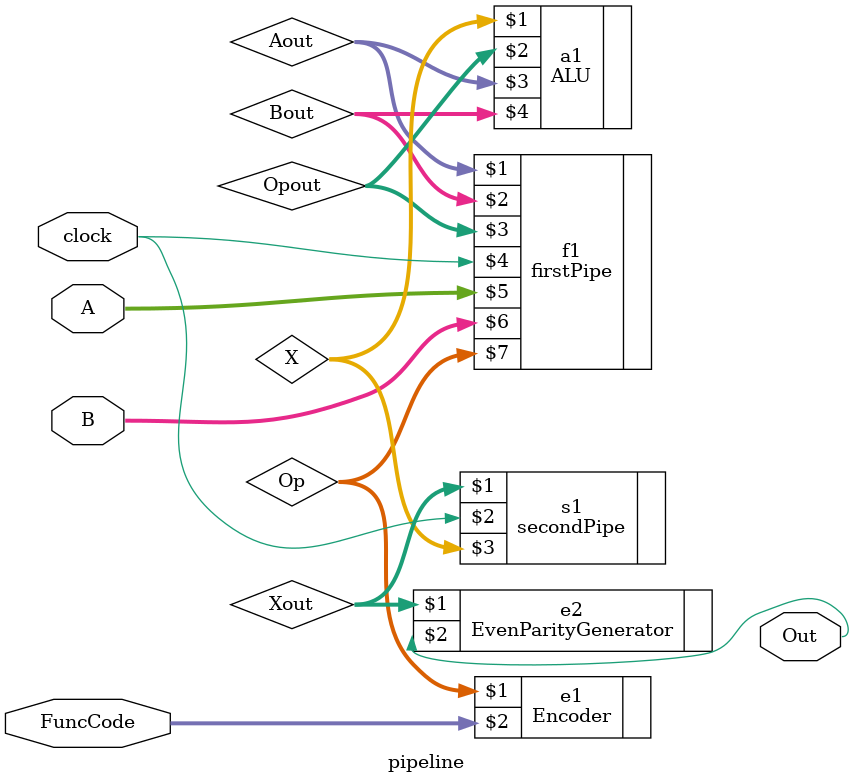
<source format=v>
module pipeline(Out, clock, FuncCode, A, B);
	output Out;
	input clock;
	input [7:0] FuncCode;
	input [3:0] A, B;
	wire [2:0] Op, Opout;
	wire [3:0] Aout, Bout, X, Xout;

	Encoder e1(Op, FuncCode);
	firstPipe f1(Aout, Bout, Opout, clock, A, B, Op);
	ALU a1(X, Opout, Aout, Bout);
	secondPipe s1(Xout, clock, X);
	EvenParityGenerator e2(Xout, Out);
endmodule
</source>
